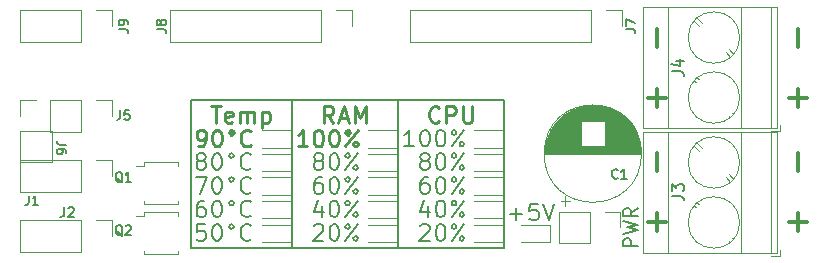
<source format=gto>
G04 #@! TF.GenerationSoftware,KiCad,Pcbnew,5.1.5+dfsg1-2build2*
G04 #@! TF.CreationDate,2021-01-26T14:35:44+01:00*
G04 #@! TF.ProjectId,PiStackMon,50695374-6163-46b4-9d6f-6e2e6b696361,rev?*
G04 #@! TF.SameCoordinates,Original*
G04 #@! TF.FileFunction,Legend,Top*
G04 #@! TF.FilePolarity,Positive*
%FSLAX46Y46*%
G04 Gerber Fmt 4.6, Leading zero omitted, Abs format (unit mm)*
G04 Created by KiCad (PCBNEW 5.1.5+dfsg1-2build2) date 2021-01-26 14:35:44*
%MOMM*%
%LPD*%
G04 APERTURE LIST*
%ADD10C,0.330000*%
%ADD11C,0.150000*%
%ADD12C,0.230000*%
%ADD13C,0.200000*%
%ADD14C,0.120000*%
%ADD15C,0.160000*%
G04 APERTURE END LIST*
D10*
X264892857Y-165261904D02*
X264892857Y-163738095D01*
X264892857Y-170261904D02*
X264892857Y-168738095D01*
X265654761Y-169500000D02*
X264130952Y-169500000D01*
X264892857Y-154761904D02*
X264892857Y-153238095D01*
X264892857Y-159761904D02*
X264892857Y-158238095D01*
X265654761Y-159000000D02*
X264130952Y-159000000D01*
X276892857Y-154761904D02*
X276892857Y-153238095D01*
X276892857Y-159761904D02*
X276892857Y-158238095D01*
X277654761Y-159000000D02*
X276130952Y-159000000D01*
X276892857Y-165261904D02*
X276892857Y-163738095D01*
X276892857Y-170261904D02*
X276892857Y-168738095D01*
X277654761Y-169500000D02*
X276130952Y-169500000D01*
D11*
X234000000Y-159250000D02*
X234000000Y-171750000D01*
X243000000Y-159250000D02*
X243000000Y-171750000D01*
X225500000Y-159250000D02*
X252000000Y-159250000D01*
X225500000Y-171750000D02*
X225500000Y-159250000D01*
X252000000Y-171750000D02*
X225500000Y-171750000D01*
X252000000Y-159250000D02*
X252000000Y-171750000D01*
D12*
X227183333Y-159733333D02*
X227983333Y-159733333D01*
X227583333Y-161133333D02*
X227583333Y-159733333D01*
X228983333Y-161066666D02*
X228850000Y-161133333D01*
X228583333Y-161133333D01*
X228450000Y-161066666D01*
X228383333Y-160933333D01*
X228383333Y-160400000D01*
X228450000Y-160266666D01*
X228583333Y-160200000D01*
X228850000Y-160200000D01*
X228983333Y-160266666D01*
X229050000Y-160400000D01*
X229050000Y-160533333D01*
X228383333Y-160666666D01*
X229650000Y-161133333D02*
X229650000Y-160200000D01*
X229650000Y-160333333D02*
X229716666Y-160266666D01*
X229850000Y-160200000D01*
X230050000Y-160200000D01*
X230183333Y-160266666D01*
X230250000Y-160400000D01*
X230250000Y-161133333D01*
X230250000Y-160400000D02*
X230316666Y-160266666D01*
X230450000Y-160200000D01*
X230650000Y-160200000D01*
X230783333Y-160266666D01*
X230850000Y-160400000D01*
X230850000Y-161133333D01*
X231516666Y-160200000D02*
X231516666Y-161600000D01*
X231516666Y-160266666D02*
X231650000Y-160200000D01*
X231916666Y-160200000D01*
X232050000Y-160266666D01*
X232116666Y-160333333D01*
X232183333Y-160466666D01*
X232183333Y-160866666D01*
X232116666Y-161000000D01*
X232050000Y-161066666D01*
X231916666Y-161133333D01*
X231650000Y-161133333D01*
X231516666Y-161066666D01*
X237533333Y-161133333D02*
X237066666Y-160466666D01*
X236733333Y-161133333D02*
X236733333Y-159733333D01*
X237266666Y-159733333D01*
X237400000Y-159800000D01*
X237466666Y-159866666D01*
X237533333Y-160000000D01*
X237533333Y-160200000D01*
X237466666Y-160333333D01*
X237400000Y-160400000D01*
X237266666Y-160466666D01*
X236733333Y-160466666D01*
X238066666Y-160733333D02*
X238733333Y-160733333D01*
X237933333Y-161133333D02*
X238400000Y-159733333D01*
X238866666Y-161133333D01*
X239333333Y-161133333D02*
X239333333Y-159733333D01*
X239800000Y-160733333D01*
X240266666Y-159733333D01*
X240266666Y-161133333D01*
X246500000Y-161000000D02*
X246433333Y-161066666D01*
X246233333Y-161133333D01*
X246100000Y-161133333D01*
X245900000Y-161066666D01*
X245766666Y-160933333D01*
X245700000Y-160800000D01*
X245633333Y-160533333D01*
X245633333Y-160333333D01*
X245700000Y-160066666D01*
X245766666Y-159933333D01*
X245900000Y-159800000D01*
X246100000Y-159733333D01*
X246233333Y-159733333D01*
X246433333Y-159800000D01*
X246500000Y-159866666D01*
X247100000Y-161133333D02*
X247100000Y-159733333D01*
X247633333Y-159733333D01*
X247766666Y-159800000D01*
X247833333Y-159866666D01*
X247900000Y-160000000D01*
X247900000Y-160200000D01*
X247833333Y-160333333D01*
X247766666Y-160400000D01*
X247633333Y-160466666D01*
X247100000Y-160466666D01*
X248500000Y-159733333D02*
X248500000Y-160866666D01*
X248566666Y-161000000D01*
X248633333Y-161066666D01*
X248766666Y-161133333D01*
X249033333Y-161133333D01*
X249166666Y-161066666D01*
X249233333Y-161000000D01*
X249300000Y-160866666D01*
X249300000Y-159733333D01*
D13*
X252450000Y-168850000D02*
X253516666Y-168850000D01*
X252983333Y-169383333D02*
X252983333Y-168316666D01*
X254850000Y-167983333D02*
X254183333Y-167983333D01*
X254116666Y-168650000D01*
X254183333Y-168583333D01*
X254316666Y-168516666D01*
X254650000Y-168516666D01*
X254783333Y-168583333D01*
X254850000Y-168650000D01*
X254916666Y-168783333D01*
X254916666Y-169116666D01*
X254850000Y-169250000D01*
X254783333Y-169316666D01*
X254650000Y-169383333D01*
X254316666Y-169383333D01*
X254183333Y-169316666D01*
X254116666Y-169250000D01*
X255316666Y-167983333D02*
X255783333Y-169383333D01*
X256250000Y-167983333D01*
D14*
X275350000Y-161840000D02*
X275350000Y-161340000D01*
X274610000Y-161840000D02*
X275350000Y-161840000D01*
X270742000Y-155178000D02*
X271138000Y-155573000D01*
X268096000Y-152532000D02*
X268476000Y-152912000D01*
X271024000Y-154927000D02*
X271404000Y-155307000D01*
X268362000Y-152266000D02*
X268758000Y-152661000D01*
X271031000Y-160548000D02*
X271138000Y-160654000D01*
X268096000Y-157612000D02*
X268203000Y-157719000D01*
X271297000Y-160282000D02*
X271404000Y-160388000D01*
X268362000Y-157346000D02*
X268469000Y-157453000D01*
X263790000Y-151320000D02*
X275110000Y-151320000D01*
X263790000Y-161600000D02*
X275110000Y-161600000D01*
X275110000Y-161600000D02*
X275110000Y-151320000D01*
X263790000Y-161600000D02*
X263790000Y-151320000D01*
X265850000Y-161600000D02*
X265850000Y-151320000D01*
X272050000Y-161600000D02*
X272050000Y-151320000D01*
X274550000Y-161600000D02*
X274550000Y-151320000D01*
X271930000Y-153920000D02*
G75*
G03X271930000Y-153920000I-2180000J0D01*
G01*
X271930000Y-159000000D02*
G75*
G03X271930000Y-159000000I-2180000J0D01*
G01*
X275350000Y-172420000D02*
X275350000Y-171920000D01*
X274610000Y-172420000D02*
X275350000Y-172420000D01*
X270742000Y-165758000D02*
X271138000Y-166153000D01*
X268096000Y-163112000D02*
X268476000Y-163492000D01*
X271024000Y-165507000D02*
X271404000Y-165887000D01*
X268362000Y-162846000D02*
X268758000Y-163241000D01*
X271031000Y-171128000D02*
X271138000Y-171234000D01*
X268096000Y-168192000D02*
X268203000Y-168299000D01*
X271297000Y-170862000D02*
X271404000Y-170968000D01*
X268362000Y-167926000D02*
X268469000Y-168033000D01*
X263790000Y-161900000D02*
X275110000Y-161900000D01*
X263790000Y-172180000D02*
X275110000Y-172180000D01*
X275110000Y-172180000D02*
X275110000Y-161900000D01*
X263790000Y-172180000D02*
X263790000Y-161900000D01*
X265850000Y-172180000D02*
X265850000Y-161900000D01*
X272050000Y-172180000D02*
X272050000Y-161900000D01*
X274550000Y-172180000D02*
X274550000Y-161900000D01*
X271930000Y-164500000D02*
G75*
G03X271930000Y-164500000I-2180000J0D01*
G01*
X271930000Y-169580000D02*
G75*
G03X271930000Y-169580000I-2180000J0D01*
G01*
X218780000Y-151630000D02*
X218780000Y-152960000D01*
X217450000Y-151630000D02*
X218780000Y-151630000D01*
X216180000Y-151630000D02*
X216180000Y-154290000D01*
X216180000Y-154290000D02*
X211040000Y-154290000D01*
X216180000Y-151630000D02*
X211040000Y-151630000D01*
X211040000Y-151630000D02*
X211040000Y-154290000D01*
X220800000Y-164775000D02*
X221530000Y-164775000D01*
X221530000Y-164480000D02*
X221530000Y-164775000D01*
X224370000Y-164480000D02*
X221530000Y-164480000D01*
X224370000Y-164775000D02*
X224370000Y-164480000D01*
X224370000Y-168020000D02*
X224370000Y-167725000D01*
X221530000Y-168020000D02*
X224370000Y-168020000D01*
X221530000Y-167725000D02*
X221530000Y-168020000D01*
X239100000Y-151630000D02*
X239100000Y-152960000D01*
X237770000Y-151630000D02*
X239100000Y-151630000D01*
X236500000Y-151630000D02*
X236500000Y-154290000D01*
X236500000Y-154290000D02*
X223740000Y-154290000D01*
X236500000Y-151630000D02*
X223740000Y-151630000D01*
X223740000Y-151630000D02*
X223740000Y-154290000D01*
X261960000Y-151630000D02*
X261960000Y-152960000D01*
X260630000Y-151630000D02*
X261960000Y-151630000D01*
X259360000Y-151630000D02*
X259360000Y-154290000D01*
X259360000Y-154290000D02*
X244060000Y-154290000D01*
X259360000Y-151630000D02*
X244060000Y-151630000D01*
X244060000Y-151630000D02*
X244060000Y-154290000D01*
X220800000Y-169025000D02*
X221530000Y-169025000D01*
X221530000Y-168730000D02*
X221530000Y-169025000D01*
X224370000Y-168730000D02*
X221530000Y-168730000D01*
X224370000Y-169025000D02*
X224370000Y-168730000D01*
X224370000Y-172270000D02*
X224370000Y-171975000D01*
X221530000Y-172270000D02*
X224370000Y-172270000D01*
X221530000Y-171975000D02*
X221530000Y-172270000D01*
X211040000Y-159250000D02*
X212370000Y-159250000D01*
X211040000Y-160580000D02*
X211040000Y-159250000D01*
X211040000Y-161850000D02*
X213700000Y-161850000D01*
X213700000Y-161850000D02*
X213700000Y-164450000D01*
X211040000Y-161850000D02*
X211040000Y-164450000D01*
X211040000Y-164450000D02*
X213700000Y-164450000D01*
X218780000Y-159250000D02*
X218780000Y-160580000D01*
X217450000Y-159250000D02*
X218780000Y-159250000D01*
X216180000Y-159250000D02*
X216180000Y-161910000D01*
X216180000Y-161910000D02*
X213580000Y-161910000D01*
X216180000Y-159250000D02*
X213580000Y-159250000D01*
X213580000Y-159250000D02*
X213580000Y-161910000D01*
X218780000Y-169410000D02*
X218780000Y-170740000D01*
X217450000Y-169410000D02*
X218780000Y-169410000D01*
X216180000Y-169410000D02*
X216180000Y-172070000D01*
X216180000Y-172070000D02*
X211040000Y-172070000D01*
X216180000Y-169410000D02*
X211040000Y-169410000D01*
X211040000Y-169410000D02*
X211040000Y-172070000D01*
X218780000Y-164330000D02*
X218780000Y-165660000D01*
X217450000Y-164330000D02*
X218780000Y-164330000D01*
X216180000Y-164330000D02*
X216180000Y-166990000D01*
X216180000Y-166990000D02*
X211040000Y-166990000D01*
X216180000Y-164330000D02*
X211040000Y-164330000D01*
X211040000Y-164330000D02*
X211040000Y-166990000D01*
X251910000Y-165765000D02*
X249450000Y-165765000D01*
X251910000Y-167235000D02*
X251910000Y-165765000D01*
X249450000Y-167235000D02*
X251910000Y-167235000D01*
X251910000Y-163765000D02*
X249450000Y-163765000D01*
X251910000Y-165235000D02*
X251910000Y-163765000D01*
X249450000Y-165235000D02*
X251910000Y-165235000D01*
X255910000Y-169765000D02*
X253450000Y-169765000D01*
X255910000Y-171235000D02*
X255910000Y-169765000D01*
X253450000Y-171235000D02*
X255910000Y-171235000D01*
X251910000Y-169765000D02*
X249450000Y-169765000D01*
X251910000Y-171235000D02*
X251910000Y-169765000D01*
X249450000Y-171235000D02*
X251910000Y-171235000D01*
X251910000Y-167765000D02*
X249450000Y-167765000D01*
X251910000Y-169235000D02*
X251910000Y-167765000D01*
X249450000Y-169235000D02*
X251910000Y-169235000D01*
X261830000Y-168670000D02*
X261830000Y-170000000D01*
X260500000Y-168670000D02*
X261830000Y-168670000D01*
X259230000Y-168670000D02*
X259230000Y-171330000D01*
X259230000Y-171330000D02*
X256630000Y-171330000D01*
X259230000Y-168670000D02*
X256630000Y-168670000D01*
X256630000Y-168670000D02*
X256630000Y-171330000D01*
X256785000Y-167759698D02*
X257585000Y-167759698D01*
X257185000Y-168159698D02*
X257185000Y-167359698D01*
X258967000Y-159669000D02*
X260033000Y-159669000D01*
X258732000Y-159709000D02*
X260268000Y-159709000D01*
X258552000Y-159749000D02*
X260448000Y-159749000D01*
X258402000Y-159789000D02*
X260598000Y-159789000D01*
X258271000Y-159829000D02*
X260729000Y-159829000D01*
X258154000Y-159869000D02*
X260846000Y-159869000D01*
X258047000Y-159909000D02*
X260953000Y-159909000D01*
X257948000Y-159949000D02*
X261052000Y-159949000D01*
X257855000Y-159989000D02*
X261145000Y-159989000D01*
X257769000Y-160029000D02*
X261231000Y-160029000D01*
X257687000Y-160069000D02*
X261313000Y-160069000D01*
X257610000Y-160109000D02*
X261390000Y-160109000D01*
X257536000Y-160149000D02*
X261464000Y-160149000D01*
X257466000Y-160189000D02*
X261534000Y-160189000D01*
X257398000Y-160229000D02*
X261602000Y-160229000D01*
X257334000Y-160269000D02*
X261666000Y-160269000D01*
X257272000Y-160309000D02*
X261728000Y-160309000D01*
X257213000Y-160349000D02*
X261787000Y-160349000D01*
X257155000Y-160389000D02*
X261845000Y-160389000D01*
X257100000Y-160429000D02*
X261900000Y-160429000D01*
X257046000Y-160469000D02*
X261954000Y-160469000D01*
X256995000Y-160509000D02*
X262005000Y-160509000D01*
X256944000Y-160549000D02*
X262056000Y-160549000D01*
X256896000Y-160589000D02*
X262104000Y-160589000D01*
X256849000Y-160629000D02*
X262151000Y-160629000D01*
X256803000Y-160669000D02*
X262197000Y-160669000D01*
X256759000Y-160709000D02*
X262241000Y-160709000D01*
X256716000Y-160749000D02*
X262284000Y-160749000D01*
X256674000Y-160789000D02*
X262326000Y-160789000D01*
X256633000Y-160829000D02*
X262367000Y-160829000D01*
X256593000Y-160869000D02*
X262407000Y-160869000D01*
X256555000Y-160909000D02*
X262445000Y-160909000D01*
X256517000Y-160949000D02*
X262483000Y-160949000D01*
X260540000Y-160989000D02*
X262519000Y-160989000D01*
X256481000Y-160989000D02*
X258460000Y-160989000D01*
X260540000Y-161029000D02*
X262555000Y-161029000D01*
X256445000Y-161029000D02*
X258460000Y-161029000D01*
X260540000Y-161069000D02*
X262590000Y-161069000D01*
X256410000Y-161069000D02*
X258460000Y-161069000D01*
X260540000Y-161109000D02*
X262624000Y-161109000D01*
X256376000Y-161109000D02*
X258460000Y-161109000D01*
X260540000Y-161149000D02*
X262656000Y-161149000D01*
X256344000Y-161149000D02*
X258460000Y-161149000D01*
X260540000Y-161189000D02*
X262689000Y-161189000D01*
X256311000Y-161189000D02*
X258460000Y-161189000D01*
X260540000Y-161229000D02*
X262720000Y-161229000D01*
X256280000Y-161229000D02*
X258460000Y-161229000D01*
X260540000Y-161269000D02*
X262750000Y-161269000D01*
X256250000Y-161269000D02*
X258460000Y-161269000D01*
X260540000Y-161309000D02*
X262780000Y-161309000D01*
X256220000Y-161309000D02*
X258460000Y-161309000D01*
X260540000Y-161349000D02*
X262809000Y-161349000D01*
X256191000Y-161349000D02*
X258460000Y-161349000D01*
X260540000Y-161389000D02*
X262838000Y-161389000D01*
X256162000Y-161389000D02*
X258460000Y-161389000D01*
X260540000Y-161429000D02*
X262865000Y-161429000D01*
X256135000Y-161429000D02*
X258460000Y-161429000D01*
X260540000Y-161469000D02*
X262892000Y-161469000D01*
X256108000Y-161469000D02*
X258460000Y-161469000D01*
X260540000Y-161509000D02*
X262918000Y-161509000D01*
X256082000Y-161509000D02*
X258460000Y-161509000D01*
X260540000Y-161549000D02*
X262944000Y-161549000D01*
X256056000Y-161549000D02*
X258460000Y-161549000D01*
X260540000Y-161589000D02*
X262969000Y-161589000D01*
X256031000Y-161589000D02*
X258460000Y-161589000D01*
X260540000Y-161629000D02*
X262993000Y-161629000D01*
X256007000Y-161629000D02*
X258460000Y-161629000D01*
X260540000Y-161669000D02*
X263017000Y-161669000D01*
X255983000Y-161669000D02*
X258460000Y-161669000D01*
X260540000Y-161709000D02*
X263040000Y-161709000D01*
X255960000Y-161709000D02*
X258460000Y-161709000D01*
X260540000Y-161749000D02*
X263062000Y-161749000D01*
X255938000Y-161749000D02*
X258460000Y-161749000D01*
X260540000Y-161789000D02*
X263084000Y-161789000D01*
X255916000Y-161789000D02*
X258460000Y-161789000D01*
X260540000Y-161829000D02*
X263106000Y-161829000D01*
X255894000Y-161829000D02*
X258460000Y-161829000D01*
X260540000Y-161869000D02*
X263127000Y-161869000D01*
X255873000Y-161869000D02*
X258460000Y-161869000D01*
X260540000Y-161909000D02*
X263147000Y-161909000D01*
X255853000Y-161909000D02*
X258460000Y-161909000D01*
X260540000Y-161949000D02*
X263166000Y-161949000D01*
X255834000Y-161949000D02*
X258460000Y-161949000D01*
X260540000Y-161989000D02*
X263186000Y-161989000D01*
X255814000Y-161989000D02*
X258460000Y-161989000D01*
X260540000Y-162029000D02*
X263204000Y-162029000D01*
X255796000Y-162029000D02*
X258460000Y-162029000D01*
X260540000Y-162069000D02*
X263222000Y-162069000D01*
X255778000Y-162069000D02*
X258460000Y-162069000D01*
X260540000Y-162109000D02*
X263240000Y-162109000D01*
X255760000Y-162109000D02*
X258460000Y-162109000D01*
X260540000Y-162149000D02*
X263257000Y-162149000D01*
X255743000Y-162149000D02*
X258460000Y-162149000D01*
X260540000Y-162189000D02*
X263274000Y-162189000D01*
X255726000Y-162189000D02*
X258460000Y-162189000D01*
X260540000Y-162229000D02*
X263290000Y-162229000D01*
X255710000Y-162229000D02*
X258460000Y-162229000D01*
X260540000Y-162269000D02*
X263305000Y-162269000D01*
X255695000Y-162269000D02*
X258460000Y-162269000D01*
X260540000Y-162309000D02*
X263321000Y-162309000D01*
X255679000Y-162309000D02*
X258460000Y-162309000D01*
X260540000Y-162349000D02*
X263335000Y-162349000D01*
X255665000Y-162349000D02*
X258460000Y-162349000D01*
X260540000Y-162389000D02*
X263350000Y-162389000D01*
X255650000Y-162389000D02*
X258460000Y-162389000D01*
X260540000Y-162429000D02*
X263363000Y-162429000D01*
X255637000Y-162429000D02*
X258460000Y-162429000D01*
X260540000Y-162469000D02*
X263377000Y-162469000D01*
X255623000Y-162469000D02*
X258460000Y-162469000D01*
X260540000Y-162509000D02*
X263389000Y-162509000D01*
X255611000Y-162509000D02*
X258460000Y-162509000D01*
X260540000Y-162549000D02*
X263402000Y-162549000D01*
X255598000Y-162549000D02*
X258460000Y-162549000D01*
X260540000Y-162589000D02*
X263414000Y-162589000D01*
X255586000Y-162589000D02*
X258460000Y-162589000D01*
X260540000Y-162629000D02*
X263425000Y-162629000D01*
X255575000Y-162629000D02*
X258460000Y-162629000D01*
X260540000Y-162669000D02*
X263436000Y-162669000D01*
X255564000Y-162669000D02*
X258460000Y-162669000D01*
X260540000Y-162709000D02*
X263447000Y-162709000D01*
X255553000Y-162709000D02*
X258460000Y-162709000D01*
X260540000Y-162749000D02*
X263457000Y-162749000D01*
X255543000Y-162749000D02*
X258460000Y-162749000D01*
X260540000Y-162789000D02*
X263467000Y-162789000D01*
X255533000Y-162789000D02*
X258460000Y-162789000D01*
X260540000Y-162829000D02*
X263476000Y-162829000D01*
X255524000Y-162829000D02*
X258460000Y-162829000D01*
X260540000Y-162869000D02*
X263485000Y-162869000D01*
X255515000Y-162869000D02*
X258460000Y-162869000D01*
X260540000Y-162909000D02*
X263494000Y-162909000D01*
X255506000Y-162909000D02*
X258460000Y-162909000D01*
X260540000Y-162949000D02*
X263502000Y-162949000D01*
X255498000Y-162949000D02*
X258460000Y-162949000D01*
X260540000Y-162989000D02*
X263510000Y-162989000D01*
X255490000Y-162989000D02*
X258460000Y-162989000D01*
X260540000Y-163029000D02*
X263517000Y-163029000D01*
X255483000Y-163029000D02*
X258460000Y-163029000D01*
X255476000Y-163070000D02*
X263524000Y-163070000D01*
X255470000Y-163110000D02*
X263530000Y-163110000D01*
X255463000Y-163150000D02*
X263537000Y-163150000D01*
X255458000Y-163190000D02*
X263542000Y-163190000D01*
X255452000Y-163230000D02*
X263548000Y-163230000D01*
X255448000Y-163270000D02*
X263552000Y-163270000D01*
X255443000Y-163310000D02*
X263557000Y-163310000D01*
X255439000Y-163350000D02*
X263561000Y-163350000D01*
X255435000Y-163390000D02*
X263565000Y-163390000D01*
X255432000Y-163430000D02*
X263568000Y-163430000D01*
X255429000Y-163470000D02*
X263571000Y-163470000D01*
X255426000Y-163510000D02*
X263574000Y-163510000D01*
X255424000Y-163550000D02*
X263576000Y-163550000D01*
X255423000Y-163590000D02*
X263577000Y-163590000D01*
X255421000Y-163630000D02*
X263579000Y-163630000D01*
X255420000Y-163670000D02*
X263580000Y-163670000D01*
X255420000Y-163710000D02*
X263580000Y-163710000D01*
X255420000Y-163750000D02*
X263580000Y-163750000D01*
X263620000Y-163750000D02*
G75*
G03X263620000Y-163750000I-4120000J0D01*
G01*
X251910000Y-161765000D02*
X249450000Y-161765000D01*
X251910000Y-163235000D02*
X251910000Y-161765000D01*
X249450000Y-163235000D02*
X251910000Y-163235000D01*
X242910000Y-169765000D02*
X240450000Y-169765000D01*
X242910000Y-171235000D02*
X242910000Y-169765000D01*
X240450000Y-171235000D02*
X242910000Y-171235000D01*
X242910000Y-167765000D02*
X240450000Y-167765000D01*
X242910000Y-169235000D02*
X242910000Y-167765000D01*
X240450000Y-169235000D02*
X242910000Y-169235000D01*
X242910000Y-165765000D02*
X240450000Y-165765000D01*
X242910000Y-167235000D02*
X242910000Y-165765000D01*
X240450000Y-167235000D02*
X242910000Y-167235000D01*
X242910000Y-163765000D02*
X240450000Y-163765000D01*
X242910000Y-165235000D02*
X242910000Y-163765000D01*
X240450000Y-165235000D02*
X242910000Y-165235000D01*
X242910000Y-161765000D02*
X240450000Y-161765000D01*
X242910000Y-163235000D02*
X242910000Y-161765000D01*
X240450000Y-163235000D02*
X242910000Y-163235000D01*
X233910000Y-161765000D02*
X231450000Y-161765000D01*
X233910000Y-163235000D02*
X233910000Y-161765000D01*
X231450000Y-163235000D02*
X233910000Y-163235000D01*
X233910000Y-163765000D02*
X231450000Y-163765000D01*
X233910000Y-165235000D02*
X233910000Y-163765000D01*
X231450000Y-165235000D02*
X233910000Y-165235000D01*
X233910000Y-165765000D02*
X231450000Y-165765000D01*
X233910000Y-167235000D02*
X233910000Y-165765000D01*
X231450000Y-167235000D02*
X233910000Y-167235000D01*
X233910000Y-167765000D02*
X231450000Y-167765000D01*
X233910000Y-169235000D02*
X233910000Y-167765000D01*
X231450000Y-169235000D02*
X233910000Y-169235000D01*
X233910000Y-169765000D02*
X231450000Y-169765000D01*
X233910000Y-171235000D02*
X233910000Y-169765000D01*
X231450000Y-171235000D02*
X233910000Y-171235000D01*
D11*
X266202380Y-156793333D02*
X266916666Y-156793333D01*
X267059523Y-156840952D01*
X267154761Y-156936190D01*
X267202380Y-157079047D01*
X267202380Y-157174285D01*
X266535714Y-155888571D02*
X267202380Y-155888571D01*
X266154761Y-156126666D02*
X266869047Y-156364761D01*
X266869047Y-155745714D01*
X266202380Y-167333333D02*
X266916666Y-167333333D01*
X267059523Y-167380952D01*
X267154761Y-167476190D01*
X267202380Y-167619047D01*
X267202380Y-167714285D01*
X266202380Y-166952380D02*
X266202380Y-166333333D01*
X266583333Y-166666666D01*
X266583333Y-166523809D01*
X266630952Y-166428571D01*
X266678571Y-166380952D01*
X266773809Y-166333333D01*
X267011904Y-166333333D01*
X267107142Y-166380952D01*
X267154761Y-166428571D01*
X267202380Y-166523809D01*
X267202380Y-166809523D01*
X267154761Y-166904761D01*
X267107142Y-166952380D01*
X219341904Y-153226666D02*
X219913333Y-153226666D01*
X220027619Y-153264761D01*
X220103809Y-153340952D01*
X220141904Y-153455238D01*
X220141904Y-153531428D01*
X220141904Y-152807619D02*
X220141904Y-152655238D01*
X220103809Y-152579047D01*
X220065714Y-152540952D01*
X219951428Y-152464761D01*
X219799047Y-152426666D01*
X219494285Y-152426666D01*
X219418095Y-152464761D01*
X219380000Y-152502857D01*
X219341904Y-152579047D01*
X219341904Y-152731428D01*
X219380000Y-152807619D01*
X219418095Y-152845714D01*
X219494285Y-152883809D01*
X219684761Y-152883809D01*
X219760952Y-152845714D01*
X219799047Y-152807619D01*
X219837142Y-152731428D01*
X219837142Y-152579047D01*
X219799047Y-152502857D01*
X219760952Y-152464761D01*
X219684761Y-152426666D01*
X219673809Y-166188095D02*
X219597619Y-166150000D01*
X219521428Y-166073809D01*
X219407142Y-165959523D01*
X219330952Y-165921428D01*
X219254761Y-165921428D01*
X219292857Y-166111904D02*
X219216666Y-166073809D01*
X219140476Y-165997619D01*
X219102380Y-165845238D01*
X219102380Y-165578571D01*
X219140476Y-165426190D01*
X219216666Y-165350000D01*
X219292857Y-165311904D01*
X219445238Y-165311904D01*
X219521428Y-165350000D01*
X219597619Y-165426190D01*
X219635714Y-165578571D01*
X219635714Y-165845238D01*
X219597619Y-165997619D01*
X219521428Y-166073809D01*
X219445238Y-166111904D01*
X219292857Y-166111904D01*
X220397619Y-166111904D02*
X219940476Y-166111904D01*
X220169047Y-166111904D02*
X220169047Y-165311904D01*
X220092857Y-165426190D01*
X220016666Y-165502380D01*
X219940476Y-165540476D01*
X222561904Y-153226666D02*
X223133333Y-153226666D01*
X223247619Y-153264761D01*
X223323809Y-153340952D01*
X223361904Y-153455238D01*
X223361904Y-153531428D01*
X222904761Y-152731428D02*
X222866666Y-152807619D01*
X222828571Y-152845714D01*
X222752380Y-152883809D01*
X222714285Y-152883809D01*
X222638095Y-152845714D01*
X222600000Y-152807619D01*
X222561904Y-152731428D01*
X222561904Y-152579047D01*
X222600000Y-152502857D01*
X222638095Y-152464761D01*
X222714285Y-152426666D01*
X222752380Y-152426666D01*
X222828571Y-152464761D01*
X222866666Y-152502857D01*
X222904761Y-152579047D01*
X222904761Y-152731428D01*
X222942857Y-152807619D01*
X222980952Y-152845714D01*
X223057142Y-152883809D01*
X223209523Y-152883809D01*
X223285714Y-152845714D01*
X223323809Y-152807619D01*
X223361904Y-152731428D01*
X223361904Y-152579047D01*
X223323809Y-152502857D01*
X223285714Y-152464761D01*
X223209523Y-152426666D01*
X223057142Y-152426666D01*
X222980952Y-152464761D01*
X222942857Y-152502857D01*
X222904761Y-152579047D01*
X262311904Y-153226666D02*
X262883333Y-153226666D01*
X262997619Y-153264761D01*
X263073809Y-153340952D01*
X263111904Y-153455238D01*
X263111904Y-153531428D01*
X262311904Y-152921904D02*
X262311904Y-152388571D01*
X263111904Y-152731428D01*
X219673809Y-170688095D02*
X219597619Y-170650000D01*
X219521428Y-170573809D01*
X219407142Y-170459523D01*
X219330952Y-170421428D01*
X219254761Y-170421428D01*
X219292857Y-170611904D02*
X219216666Y-170573809D01*
X219140476Y-170497619D01*
X219102380Y-170345238D01*
X219102380Y-170078571D01*
X219140476Y-169926190D01*
X219216666Y-169850000D01*
X219292857Y-169811904D01*
X219445238Y-169811904D01*
X219521428Y-169850000D01*
X219597619Y-169926190D01*
X219635714Y-170078571D01*
X219635714Y-170345238D01*
X219597619Y-170497619D01*
X219521428Y-170573809D01*
X219445238Y-170611904D01*
X219292857Y-170611904D01*
X219940476Y-169888095D02*
X219978571Y-169850000D01*
X220054761Y-169811904D01*
X220245238Y-169811904D01*
X220321428Y-169850000D01*
X220359523Y-169888095D01*
X220397619Y-169964285D01*
X220397619Y-170040476D01*
X220359523Y-170154761D01*
X219902380Y-170611904D01*
X220397619Y-170611904D01*
X214938095Y-162983333D02*
X214366666Y-162983333D01*
X214252380Y-162945238D01*
X214176190Y-162869047D01*
X214138095Y-162754761D01*
X214138095Y-162678571D01*
X214938095Y-163707142D02*
X214938095Y-163554761D01*
X214900000Y-163478571D01*
X214861904Y-163440476D01*
X214747619Y-163364285D01*
X214595238Y-163326190D01*
X214290476Y-163326190D01*
X214214285Y-163364285D01*
X214176190Y-163402380D01*
X214138095Y-163478571D01*
X214138095Y-163630952D01*
X214176190Y-163707142D01*
X214214285Y-163745238D01*
X214290476Y-163783333D01*
X214480952Y-163783333D01*
X214557142Y-163745238D01*
X214595238Y-163707142D01*
X214633333Y-163630952D01*
X214633333Y-163478571D01*
X214595238Y-163402380D01*
X214557142Y-163364285D01*
X214480952Y-163326190D01*
X219483333Y-160061904D02*
X219483333Y-160633333D01*
X219445238Y-160747619D01*
X219369047Y-160823809D01*
X219254761Y-160861904D01*
X219178571Y-160861904D01*
X220245238Y-160061904D02*
X219864285Y-160061904D01*
X219826190Y-160442857D01*
X219864285Y-160404761D01*
X219940476Y-160366666D01*
X220130952Y-160366666D01*
X220207142Y-160404761D01*
X220245238Y-160442857D01*
X220283333Y-160519047D01*
X220283333Y-160709523D01*
X220245238Y-160785714D01*
X220207142Y-160823809D01*
X220130952Y-160861904D01*
X219940476Y-160861904D01*
X219864285Y-160823809D01*
X219826190Y-160785714D01*
X214733333Y-168311904D02*
X214733333Y-168883333D01*
X214695238Y-168997619D01*
X214619047Y-169073809D01*
X214504761Y-169111904D01*
X214428571Y-169111904D01*
X215076190Y-168388095D02*
X215114285Y-168350000D01*
X215190476Y-168311904D01*
X215380952Y-168311904D01*
X215457142Y-168350000D01*
X215495238Y-168388095D01*
X215533333Y-168464285D01*
X215533333Y-168540476D01*
X215495238Y-168654761D01*
X215038095Y-169111904D01*
X215533333Y-169111904D01*
X211733333Y-167311904D02*
X211733333Y-167883333D01*
X211695238Y-167997619D01*
X211619047Y-168073809D01*
X211504761Y-168111904D01*
X211428571Y-168111904D01*
X212533333Y-168111904D02*
X212076190Y-168111904D01*
X212304761Y-168111904D02*
X212304761Y-167311904D01*
X212228571Y-167426190D01*
X212152380Y-167502380D01*
X212076190Y-167540476D01*
D13*
X245550000Y-165733333D02*
X245283333Y-165733333D01*
X245150000Y-165800000D01*
X245083333Y-165866666D01*
X244950000Y-166066666D01*
X244883333Y-166333333D01*
X244883333Y-166866666D01*
X244950000Y-167000000D01*
X245016666Y-167066666D01*
X245150000Y-167133333D01*
X245416666Y-167133333D01*
X245550000Y-167066666D01*
X245616666Y-167000000D01*
X245683333Y-166866666D01*
X245683333Y-166533333D01*
X245616666Y-166400000D01*
X245550000Y-166333333D01*
X245416666Y-166266666D01*
X245150000Y-166266666D01*
X245016666Y-166333333D01*
X244950000Y-166400000D01*
X244883333Y-166533333D01*
X246550000Y-165733333D02*
X246683333Y-165733333D01*
X246816666Y-165800000D01*
X246883333Y-165866666D01*
X246950000Y-166000000D01*
X247016666Y-166266666D01*
X247016666Y-166600000D01*
X246950000Y-166866666D01*
X246883333Y-167000000D01*
X246816666Y-167066666D01*
X246683333Y-167133333D01*
X246550000Y-167133333D01*
X246416666Y-167066666D01*
X246350000Y-167000000D01*
X246283333Y-166866666D01*
X246216666Y-166600000D01*
X246216666Y-166266666D01*
X246283333Y-166000000D01*
X246350000Y-165866666D01*
X246416666Y-165800000D01*
X246550000Y-165733333D01*
X247550000Y-167133333D02*
X248616666Y-165733333D01*
X247750000Y-165733333D02*
X247883333Y-165800000D01*
X247950000Y-165933333D01*
X247883333Y-166066666D01*
X247750000Y-166133333D01*
X247616666Y-166066666D01*
X247550000Y-165933333D01*
X247616666Y-165800000D01*
X247750000Y-165733333D01*
X248550000Y-167066666D02*
X248616666Y-166933333D01*
X248550000Y-166800000D01*
X248416666Y-166733333D01*
X248283333Y-166800000D01*
X248216666Y-166933333D01*
X248283333Y-167066666D01*
X248416666Y-167133333D01*
X248550000Y-167066666D01*
X245150000Y-164333333D02*
X245016666Y-164266666D01*
X244950000Y-164200000D01*
X244883333Y-164066666D01*
X244883333Y-164000000D01*
X244950000Y-163866666D01*
X245016666Y-163800000D01*
X245150000Y-163733333D01*
X245416666Y-163733333D01*
X245550000Y-163800000D01*
X245616666Y-163866666D01*
X245683333Y-164000000D01*
X245683333Y-164066666D01*
X245616666Y-164200000D01*
X245550000Y-164266666D01*
X245416666Y-164333333D01*
X245150000Y-164333333D01*
X245016666Y-164400000D01*
X244950000Y-164466666D01*
X244883333Y-164600000D01*
X244883333Y-164866666D01*
X244950000Y-165000000D01*
X245016666Y-165066666D01*
X245150000Y-165133333D01*
X245416666Y-165133333D01*
X245550000Y-165066666D01*
X245616666Y-165000000D01*
X245683333Y-164866666D01*
X245683333Y-164600000D01*
X245616666Y-164466666D01*
X245550000Y-164400000D01*
X245416666Y-164333333D01*
X246550000Y-163733333D02*
X246683333Y-163733333D01*
X246816666Y-163800000D01*
X246883333Y-163866666D01*
X246950000Y-164000000D01*
X247016666Y-164266666D01*
X247016666Y-164600000D01*
X246950000Y-164866666D01*
X246883333Y-165000000D01*
X246816666Y-165066666D01*
X246683333Y-165133333D01*
X246550000Y-165133333D01*
X246416666Y-165066666D01*
X246350000Y-165000000D01*
X246283333Y-164866666D01*
X246216666Y-164600000D01*
X246216666Y-164266666D01*
X246283333Y-164000000D01*
X246350000Y-163866666D01*
X246416666Y-163800000D01*
X246550000Y-163733333D01*
X247550000Y-165133333D02*
X248616666Y-163733333D01*
X247750000Y-163733333D02*
X247883333Y-163800000D01*
X247950000Y-163933333D01*
X247883333Y-164066666D01*
X247750000Y-164133333D01*
X247616666Y-164066666D01*
X247550000Y-163933333D01*
X247616666Y-163800000D01*
X247750000Y-163733333D01*
X248550000Y-165066666D02*
X248616666Y-164933333D01*
X248550000Y-164800000D01*
X248416666Y-164733333D01*
X248283333Y-164800000D01*
X248216666Y-164933333D01*
X248283333Y-165066666D01*
X248416666Y-165133333D01*
X248550000Y-165066666D01*
X244883333Y-169866666D02*
X244950000Y-169800000D01*
X245083333Y-169733333D01*
X245416666Y-169733333D01*
X245550000Y-169800000D01*
X245616666Y-169866666D01*
X245683333Y-170000000D01*
X245683333Y-170133333D01*
X245616666Y-170333333D01*
X244816666Y-171133333D01*
X245683333Y-171133333D01*
X246550000Y-169733333D02*
X246683333Y-169733333D01*
X246816666Y-169800000D01*
X246883333Y-169866666D01*
X246950000Y-170000000D01*
X247016666Y-170266666D01*
X247016666Y-170600000D01*
X246950000Y-170866666D01*
X246883333Y-171000000D01*
X246816666Y-171066666D01*
X246683333Y-171133333D01*
X246550000Y-171133333D01*
X246416666Y-171066666D01*
X246350000Y-171000000D01*
X246283333Y-170866666D01*
X246216666Y-170600000D01*
X246216666Y-170266666D01*
X246283333Y-170000000D01*
X246350000Y-169866666D01*
X246416666Y-169800000D01*
X246550000Y-169733333D01*
X247550000Y-171133333D02*
X248616666Y-169733333D01*
X247750000Y-169733333D02*
X247883333Y-169800000D01*
X247950000Y-169933333D01*
X247883333Y-170066666D01*
X247750000Y-170133333D01*
X247616666Y-170066666D01*
X247550000Y-169933333D01*
X247616666Y-169800000D01*
X247750000Y-169733333D01*
X248550000Y-171066666D02*
X248616666Y-170933333D01*
X248550000Y-170800000D01*
X248416666Y-170733333D01*
X248283333Y-170800000D01*
X248216666Y-170933333D01*
X248283333Y-171066666D01*
X248416666Y-171133333D01*
X248550000Y-171066666D01*
X245550000Y-168200000D02*
X245550000Y-169133333D01*
X245216666Y-167666666D02*
X244883333Y-168666666D01*
X245750000Y-168666666D01*
X246550000Y-167733333D02*
X246683333Y-167733333D01*
X246816666Y-167800000D01*
X246883333Y-167866666D01*
X246950000Y-168000000D01*
X247016666Y-168266666D01*
X247016666Y-168600000D01*
X246950000Y-168866666D01*
X246883333Y-169000000D01*
X246816666Y-169066666D01*
X246683333Y-169133333D01*
X246550000Y-169133333D01*
X246416666Y-169066666D01*
X246350000Y-169000000D01*
X246283333Y-168866666D01*
X246216666Y-168600000D01*
X246216666Y-168266666D01*
X246283333Y-168000000D01*
X246350000Y-167866666D01*
X246416666Y-167800000D01*
X246550000Y-167733333D01*
X247550000Y-169133333D02*
X248616666Y-167733333D01*
X247750000Y-167733333D02*
X247883333Y-167800000D01*
X247950000Y-167933333D01*
X247883333Y-168066666D01*
X247750000Y-168133333D01*
X247616666Y-168066666D01*
X247550000Y-167933333D01*
X247616666Y-167800000D01*
X247750000Y-167733333D01*
X248550000Y-169066666D02*
X248616666Y-168933333D01*
X248550000Y-168800000D01*
X248416666Y-168733333D01*
X248283333Y-168800000D01*
X248216666Y-168933333D01*
X248283333Y-169066666D01*
X248416666Y-169133333D01*
X248550000Y-169066666D01*
X263292857Y-171600000D02*
X262092857Y-171600000D01*
X262092857Y-171142857D01*
X262150000Y-171028571D01*
X262207142Y-170971428D01*
X262321428Y-170914285D01*
X262492857Y-170914285D01*
X262607142Y-170971428D01*
X262664285Y-171028571D01*
X262721428Y-171142857D01*
X262721428Y-171600000D01*
X262092857Y-170514285D02*
X263292857Y-170228571D01*
X262435714Y-170000000D01*
X263292857Y-169771428D01*
X262092857Y-169485714D01*
X263292857Y-168342857D02*
X262721428Y-168742857D01*
X263292857Y-169028571D02*
X262092857Y-169028571D01*
X262092857Y-168571428D01*
X262150000Y-168457142D01*
X262207142Y-168400000D01*
X262321428Y-168342857D01*
X262492857Y-168342857D01*
X262607142Y-168400000D01*
X262664285Y-168457142D01*
X262721428Y-168571428D01*
X262721428Y-169028571D01*
D15*
X261616666Y-165785714D02*
X261578571Y-165823809D01*
X261464285Y-165861904D01*
X261388095Y-165861904D01*
X261273809Y-165823809D01*
X261197619Y-165747619D01*
X261159523Y-165671428D01*
X261121428Y-165519047D01*
X261121428Y-165404761D01*
X261159523Y-165252380D01*
X261197619Y-165176190D01*
X261273809Y-165100000D01*
X261388095Y-165061904D01*
X261464285Y-165061904D01*
X261578571Y-165100000D01*
X261616666Y-165138095D01*
X262378571Y-165861904D02*
X261921428Y-165861904D01*
X262150000Y-165861904D02*
X262150000Y-165061904D01*
X262073809Y-165176190D01*
X261997619Y-165252380D01*
X261921428Y-165290476D01*
D13*
X244350000Y-163133333D02*
X243550000Y-163133333D01*
X243950000Y-163133333D02*
X243950000Y-161733333D01*
X243816667Y-161933333D01*
X243683334Y-162066666D01*
X243550000Y-162133333D01*
X245216667Y-161733333D02*
X245350000Y-161733333D01*
X245483334Y-161800000D01*
X245550000Y-161866666D01*
X245616667Y-162000000D01*
X245683334Y-162266666D01*
X245683334Y-162600000D01*
X245616667Y-162866666D01*
X245550000Y-163000000D01*
X245483334Y-163066666D01*
X245350000Y-163133333D01*
X245216667Y-163133333D01*
X245083334Y-163066666D01*
X245016667Y-163000000D01*
X244950000Y-162866666D01*
X244883334Y-162600000D01*
X244883334Y-162266666D01*
X244950000Y-162000000D01*
X245016667Y-161866666D01*
X245083334Y-161800000D01*
X245216667Y-161733333D01*
X246550000Y-161733333D02*
X246683334Y-161733333D01*
X246816667Y-161800000D01*
X246883334Y-161866666D01*
X246950000Y-162000000D01*
X247016667Y-162266666D01*
X247016667Y-162600000D01*
X246950000Y-162866666D01*
X246883334Y-163000000D01*
X246816667Y-163066666D01*
X246683334Y-163133333D01*
X246550000Y-163133333D01*
X246416667Y-163066666D01*
X246350000Y-163000000D01*
X246283334Y-162866666D01*
X246216667Y-162600000D01*
X246216667Y-162266666D01*
X246283334Y-162000000D01*
X246350000Y-161866666D01*
X246416667Y-161800000D01*
X246550000Y-161733333D01*
X247550000Y-163133333D02*
X248616667Y-161733333D01*
X247750000Y-161733333D02*
X247883334Y-161800000D01*
X247950000Y-161933333D01*
X247883334Y-162066666D01*
X247750000Y-162133333D01*
X247616667Y-162066666D01*
X247550000Y-161933333D01*
X247616667Y-161800000D01*
X247750000Y-161733333D01*
X248550000Y-163066666D02*
X248616667Y-162933333D01*
X248550000Y-162800000D01*
X248416667Y-162733333D01*
X248283334Y-162800000D01*
X248216667Y-162933333D01*
X248283334Y-163066666D01*
X248416667Y-163133333D01*
X248550000Y-163066666D01*
X235883333Y-169866666D02*
X235950000Y-169800000D01*
X236083333Y-169733333D01*
X236416666Y-169733333D01*
X236550000Y-169800000D01*
X236616666Y-169866666D01*
X236683333Y-170000000D01*
X236683333Y-170133333D01*
X236616666Y-170333333D01*
X235816666Y-171133333D01*
X236683333Y-171133333D01*
X237550000Y-169733333D02*
X237683333Y-169733333D01*
X237816666Y-169800000D01*
X237883333Y-169866666D01*
X237950000Y-170000000D01*
X238016666Y-170266666D01*
X238016666Y-170600000D01*
X237950000Y-170866666D01*
X237883333Y-171000000D01*
X237816666Y-171066666D01*
X237683333Y-171133333D01*
X237550000Y-171133333D01*
X237416666Y-171066666D01*
X237350000Y-171000000D01*
X237283333Y-170866666D01*
X237216666Y-170600000D01*
X237216666Y-170266666D01*
X237283333Y-170000000D01*
X237350000Y-169866666D01*
X237416666Y-169800000D01*
X237550000Y-169733333D01*
X238550000Y-171133333D02*
X239616666Y-169733333D01*
X238750000Y-169733333D02*
X238883333Y-169800000D01*
X238950000Y-169933333D01*
X238883333Y-170066666D01*
X238750000Y-170133333D01*
X238616666Y-170066666D01*
X238550000Y-169933333D01*
X238616666Y-169800000D01*
X238750000Y-169733333D01*
X239550000Y-171066666D02*
X239616666Y-170933333D01*
X239550000Y-170800000D01*
X239416666Y-170733333D01*
X239283333Y-170800000D01*
X239216666Y-170933333D01*
X239283333Y-171066666D01*
X239416666Y-171133333D01*
X239550000Y-171066666D01*
X236550000Y-168200000D02*
X236550000Y-169133333D01*
X236216666Y-167666666D02*
X235883333Y-168666666D01*
X236750000Y-168666666D01*
X237550000Y-167733333D02*
X237683333Y-167733333D01*
X237816666Y-167800000D01*
X237883333Y-167866666D01*
X237950000Y-168000000D01*
X238016666Y-168266666D01*
X238016666Y-168600000D01*
X237950000Y-168866666D01*
X237883333Y-169000000D01*
X237816666Y-169066666D01*
X237683333Y-169133333D01*
X237550000Y-169133333D01*
X237416666Y-169066666D01*
X237350000Y-169000000D01*
X237283333Y-168866666D01*
X237216666Y-168600000D01*
X237216666Y-168266666D01*
X237283333Y-168000000D01*
X237350000Y-167866666D01*
X237416666Y-167800000D01*
X237550000Y-167733333D01*
X238550000Y-169133333D02*
X239616666Y-167733333D01*
X238750000Y-167733333D02*
X238883333Y-167800000D01*
X238950000Y-167933333D01*
X238883333Y-168066666D01*
X238750000Y-168133333D01*
X238616666Y-168066666D01*
X238550000Y-167933333D01*
X238616666Y-167800000D01*
X238750000Y-167733333D01*
X239550000Y-169066666D02*
X239616666Y-168933333D01*
X239550000Y-168800000D01*
X239416666Y-168733333D01*
X239283333Y-168800000D01*
X239216666Y-168933333D01*
X239283333Y-169066666D01*
X239416666Y-169133333D01*
X239550000Y-169066666D01*
X236550000Y-165733333D02*
X236283333Y-165733333D01*
X236150000Y-165800000D01*
X236083333Y-165866666D01*
X235950000Y-166066666D01*
X235883333Y-166333333D01*
X235883333Y-166866666D01*
X235950000Y-167000000D01*
X236016666Y-167066666D01*
X236150000Y-167133333D01*
X236416666Y-167133333D01*
X236550000Y-167066666D01*
X236616666Y-167000000D01*
X236683333Y-166866666D01*
X236683333Y-166533333D01*
X236616666Y-166400000D01*
X236550000Y-166333333D01*
X236416666Y-166266666D01*
X236150000Y-166266666D01*
X236016666Y-166333333D01*
X235950000Y-166400000D01*
X235883333Y-166533333D01*
X237550000Y-165733333D02*
X237683333Y-165733333D01*
X237816666Y-165800000D01*
X237883333Y-165866666D01*
X237950000Y-166000000D01*
X238016666Y-166266666D01*
X238016666Y-166600000D01*
X237950000Y-166866666D01*
X237883333Y-167000000D01*
X237816666Y-167066666D01*
X237683333Y-167133333D01*
X237550000Y-167133333D01*
X237416666Y-167066666D01*
X237350000Y-167000000D01*
X237283333Y-166866666D01*
X237216666Y-166600000D01*
X237216666Y-166266666D01*
X237283333Y-166000000D01*
X237350000Y-165866666D01*
X237416666Y-165800000D01*
X237550000Y-165733333D01*
X238550000Y-167133333D02*
X239616666Y-165733333D01*
X238750000Y-165733333D02*
X238883333Y-165800000D01*
X238950000Y-165933333D01*
X238883333Y-166066666D01*
X238750000Y-166133333D01*
X238616666Y-166066666D01*
X238550000Y-165933333D01*
X238616666Y-165800000D01*
X238750000Y-165733333D01*
X239550000Y-167066666D02*
X239616666Y-166933333D01*
X239550000Y-166800000D01*
X239416666Y-166733333D01*
X239283333Y-166800000D01*
X239216666Y-166933333D01*
X239283333Y-167066666D01*
X239416666Y-167133333D01*
X239550000Y-167066666D01*
X236150000Y-164333333D02*
X236016666Y-164266666D01*
X235950000Y-164200000D01*
X235883333Y-164066666D01*
X235883333Y-164000000D01*
X235950000Y-163866666D01*
X236016666Y-163800000D01*
X236150000Y-163733333D01*
X236416666Y-163733333D01*
X236550000Y-163800000D01*
X236616666Y-163866666D01*
X236683333Y-164000000D01*
X236683333Y-164066666D01*
X236616666Y-164200000D01*
X236550000Y-164266666D01*
X236416666Y-164333333D01*
X236150000Y-164333333D01*
X236016666Y-164400000D01*
X235950000Y-164466666D01*
X235883333Y-164600000D01*
X235883333Y-164866666D01*
X235950000Y-165000000D01*
X236016666Y-165066666D01*
X236150000Y-165133333D01*
X236416666Y-165133333D01*
X236550000Y-165066666D01*
X236616666Y-165000000D01*
X236683333Y-164866666D01*
X236683333Y-164600000D01*
X236616666Y-164466666D01*
X236550000Y-164400000D01*
X236416666Y-164333333D01*
X237550000Y-163733333D02*
X237683333Y-163733333D01*
X237816666Y-163800000D01*
X237883333Y-163866666D01*
X237950000Y-164000000D01*
X238016666Y-164266666D01*
X238016666Y-164600000D01*
X237950000Y-164866666D01*
X237883333Y-165000000D01*
X237816666Y-165066666D01*
X237683333Y-165133333D01*
X237550000Y-165133333D01*
X237416666Y-165066666D01*
X237350000Y-165000000D01*
X237283333Y-164866666D01*
X237216666Y-164600000D01*
X237216666Y-164266666D01*
X237283333Y-164000000D01*
X237350000Y-163866666D01*
X237416666Y-163800000D01*
X237550000Y-163733333D01*
X238550000Y-165133333D02*
X239616666Y-163733333D01*
X238750000Y-163733333D02*
X238883333Y-163800000D01*
X238950000Y-163933333D01*
X238883333Y-164066666D01*
X238750000Y-164133333D01*
X238616666Y-164066666D01*
X238550000Y-163933333D01*
X238616666Y-163800000D01*
X238750000Y-163733333D01*
X239550000Y-165066666D02*
X239616666Y-164933333D01*
X239550000Y-164800000D01*
X239416666Y-164733333D01*
X239283333Y-164800000D01*
X239216666Y-164933333D01*
X239283333Y-165066666D01*
X239416666Y-165133333D01*
X239550000Y-165066666D01*
D12*
X235335000Y-163133333D02*
X234535000Y-163133333D01*
X234935000Y-163133333D02*
X234935000Y-161733333D01*
X234801667Y-161933333D01*
X234668334Y-162066666D01*
X234535000Y-162133333D01*
X236201667Y-161733333D02*
X236335000Y-161733333D01*
X236468334Y-161800000D01*
X236535000Y-161866666D01*
X236601667Y-162000000D01*
X236668334Y-162266666D01*
X236668334Y-162600000D01*
X236601667Y-162866666D01*
X236535000Y-163000000D01*
X236468334Y-163066666D01*
X236335000Y-163133333D01*
X236201667Y-163133333D01*
X236068334Y-163066666D01*
X236001667Y-163000000D01*
X235935000Y-162866666D01*
X235868334Y-162600000D01*
X235868334Y-162266666D01*
X235935000Y-162000000D01*
X236001667Y-161866666D01*
X236068334Y-161800000D01*
X236201667Y-161733333D01*
X237535000Y-161733333D02*
X237668334Y-161733333D01*
X237801667Y-161800000D01*
X237868334Y-161866666D01*
X237935000Y-162000000D01*
X238001667Y-162266666D01*
X238001667Y-162600000D01*
X237935000Y-162866666D01*
X237868334Y-163000000D01*
X237801667Y-163066666D01*
X237668334Y-163133333D01*
X237535000Y-163133333D01*
X237401667Y-163066666D01*
X237335000Y-163000000D01*
X237268334Y-162866666D01*
X237201667Y-162600000D01*
X237201667Y-162266666D01*
X237268334Y-162000000D01*
X237335000Y-161866666D01*
X237401667Y-161800000D01*
X237535000Y-161733333D01*
X238535000Y-163133333D02*
X239601667Y-161733333D01*
X238735000Y-161733333D02*
X238868334Y-161800000D01*
X238935000Y-161933333D01*
X238868334Y-162066666D01*
X238735000Y-162133333D01*
X238601667Y-162066666D01*
X238535000Y-161933333D01*
X238601667Y-161800000D01*
X238735000Y-161733333D01*
X239535000Y-163066666D02*
X239601667Y-162933333D01*
X239535000Y-162800000D01*
X239401667Y-162733333D01*
X239268334Y-162800000D01*
X239201667Y-162933333D01*
X239268334Y-163066666D01*
X239401667Y-163133333D01*
X239535000Y-163066666D01*
X226083333Y-163133333D02*
X226350000Y-163133333D01*
X226483333Y-163066666D01*
X226550000Y-163000000D01*
X226683333Y-162800000D01*
X226750000Y-162533333D01*
X226750000Y-162000000D01*
X226683333Y-161866666D01*
X226616666Y-161800000D01*
X226483333Y-161733333D01*
X226216666Y-161733333D01*
X226083333Y-161800000D01*
X226016666Y-161866666D01*
X225950000Y-162000000D01*
X225950000Y-162333333D01*
X226016666Y-162466666D01*
X226083333Y-162533333D01*
X226216666Y-162600000D01*
X226483333Y-162600000D01*
X226616666Y-162533333D01*
X226683333Y-162466666D01*
X226750000Y-162333333D01*
X227616666Y-161733333D02*
X227750000Y-161733333D01*
X227883333Y-161800000D01*
X227950000Y-161866666D01*
X228016666Y-162000000D01*
X228083333Y-162266666D01*
X228083333Y-162600000D01*
X228016666Y-162866666D01*
X227950000Y-163000000D01*
X227883333Y-163066666D01*
X227750000Y-163133333D01*
X227616666Y-163133333D01*
X227483333Y-163066666D01*
X227416666Y-163000000D01*
X227350000Y-162866666D01*
X227283333Y-162600000D01*
X227283333Y-162266666D01*
X227350000Y-162000000D01*
X227416666Y-161866666D01*
X227483333Y-161800000D01*
X227616666Y-161733333D01*
X228883333Y-161733333D02*
X228750000Y-161800000D01*
X228683333Y-161933333D01*
X228750000Y-162066666D01*
X228883333Y-162133333D01*
X229016666Y-162066666D01*
X229083333Y-161933333D01*
X229016666Y-161800000D01*
X228883333Y-161733333D01*
X230550000Y-163000000D02*
X230483333Y-163066666D01*
X230283333Y-163133333D01*
X230150000Y-163133333D01*
X229950000Y-163066666D01*
X229816666Y-162933333D01*
X229750000Y-162800000D01*
X229683333Y-162533333D01*
X229683333Y-162333333D01*
X229750000Y-162066666D01*
X229816666Y-161933333D01*
X229950000Y-161800000D01*
X230150000Y-161733333D01*
X230283333Y-161733333D01*
X230483333Y-161800000D01*
X230550000Y-161866666D01*
D13*
X226216666Y-164333333D02*
X226083333Y-164266666D01*
X226016666Y-164200000D01*
X225950000Y-164066666D01*
X225950000Y-164000000D01*
X226016666Y-163866666D01*
X226083333Y-163800000D01*
X226216666Y-163733333D01*
X226483333Y-163733333D01*
X226616666Y-163800000D01*
X226683333Y-163866666D01*
X226750000Y-164000000D01*
X226750000Y-164066666D01*
X226683333Y-164200000D01*
X226616666Y-164266666D01*
X226483333Y-164333333D01*
X226216666Y-164333333D01*
X226083333Y-164400000D01*
X226016666Y-164466666D01*
X225950000Y-164600000D01*
X225950000Y-164866666D01*
X226016666Y-165000000D01*
X226083333Y-165066666D01*
X226216666Y-165133333D01*
X226483333Y-165133333D01*
X226616666Y-165066666D01*
X226683333Y-165000000D01*
X226750000Y-164866666D01*
X226750000Y-164600000D01*
X226683333Y-164466666D01*
X226616666Y-164400000D01*
X226483333Y-164333333D01*
X227616666Y-163733333D02*
X227750000Y-163733333D01*
X227883333Y-163800000D01*
X227950000Y-163866666D01*
X228016666Y-164000000D01*
X228083333Y-164266666D01*
X228083333Y-164600000D01*
X228016666Y-164866666D01*
X227950000Y-165000000D01*
X227883333Y-165066666D01*
X227750000Y-165133333D01*
X227616666Y-165133333D01*
X227483333Y-165066666D01*
X227416666Y-165000000D01*
X227350000Y-164866666D01*
X227283333Y-164600000D01*
X227283333Y-164266666D01*
X227350000Y-164000000D01*
X227416666Y-163866666D01*
X227483333Y-163800000D01*
X227616666Y-163733333D01*
X228883333Y-163733333D02*
X228750000Y-163800000D01*
X228683333Y-163933333D01*
X228750000Y-164066666D01*
X228883333Y-164133333D01*
X229016666Y-164066666D01*
X229083333Y-163933333D01*
X229016666Y-163800000D01*
X228883333Y-163733333D01*
X230550000Y-165000000D02*
X230483333Y-165066666D01*
X230283333Y-165133333D01*
X230150000Y-165133333D01*
X229950000Y-165066666D01*
X229816666Y-164933333D01*
X229750000Y-164800000D01*
X229683333Y-164533333D01*
X229683333Y-164333333D01*
X229750000Y-164066666D01*
X229816666Y-163933333D01*
X229950000Y-163800000D01*
X230150000Y-163733333D01*
X230283333Y-163733333D01*
X230483333Y-163800000D01*
X230550000Y-163866666D01*
X225883333Y-165733333D02*
X226816666Y-165733333D01*
X226216666Y-167133333D01*
X227616666Y-165733333D02*
X227750000Y-165733333D01*
X227883333Y-165800000D01*
X227950000Y-165866666D01*
X228016666Y-166000000D01*
X228083333Y-166266666D01*
X228083333Y-166600000D01*
X228016666Y-166866666D01*
X227950000Y-167000000D01*
X227883333Y-167066666D01*
X227750000Y-167133333D01*
X227616666Y-167133333D01*
X227483333Y-167066666D01*
X227416666Y-167000000D01*
X227350000Y-166866666D01*
X227283333Y-166600000D01*
X227283333Y-166266666D01*
X227350000Y-166000000D01*
X227416666Y-165866666D01*
X227483333Y-165800000D01*
X227616666Y-165733333D01*
X228883333Y-165733333D02*
X228750000Y-165800000D01*
X228683333Y-165933333D01*
X228750000Y-166066666D01*
X228883333Y-166133333D01*
X229016666Y-166066666D01*
X229083333Y-165933333D01*
X229016666Y-165800000D01*
X228883333Y-165733333D01*
X230550000Y-167000000D02*
X230483333Y-167066666D01*
X230283333Y-167133333D01*
X230150000Y-167133333D01*
X229950000Y-167066666D01*
X229816666Y-166933333D01*
X229750000Y-166800000D01*
X229683333Y-166533333D01*
X229683333Y-166333333D01*
X229750000Y-166066666D01*
X229816666Y-165933333D01*
X229950000Y-165800000D01*
X230150000Y-165733333D01*
X230283333Y-165733333D01*
X230483333Y-165800000D01*
X230550000Y-165866666D01*
X226616666Y-167733333D02*
X226350000Y-167733333D01*
X226216666Y-167800000D01*
X226150000Y-167866666D01*
X226016666Y-168066666D01*
X225950000Y-168333333D01*
X225950000Y-168866666D01*
X226016666Y-169000000D01*
X226083333Y-169066666D01*
X226216666Y-169133333D01*
X226483333Y-169133333D01*
X226616666Y-169066666D01*
X226683333Y-169000000D01*
X226750000Y-168866666D01*
X226750000Y-168533333D01*
X226683333Y-168400000D01*
X226616666Y-168333333D01*
X226483333Y-168266666D01*
X226216666Y-168266666D01*
X226083333Y-168333333D01*
X226016666Y-168400000D01*
X225950000Y-168533333D01*
X227616666Y-167733333D02*
X227750000Y-167733333D01*
X227883333Y-167800000D01*
X227950000Y-167866666D01*
X228016666Y-168000000D01*
X228083333Y-168266666D01*
X228083333Y-168600000D01*
X228016666Y-168866666D01*
X227950000Y-169000000D01*
X227883333Y-169066666D01*
X227750000Y-169133333D01*
X227616666Y-169133333D01*
X227483333Y-169066666D01*
X227416666Y-169000000D01*
X227350000Y-168866666D01*
X227283333Y-168600000D01*
X227283333Y-168266666D01*
X227350000Y-168000000D01*
X227416666Y-167866666D01*
X227483333Y-167800000D01*
X227616666Y-167733333D01*
X228883333Y-167733333D02*
X228750000Y-167800000D01*
X228683333Y-167933333D01*
X228750000Y-168066666D01*
X228883333Y-168133333D01*
X229016666Y-168066666D01*
X229083333Y-167933333D01*
X229016666Y-167800000D01*
X228883333Y-167733333D01*
X230550000Y-169000000D02*
X230483333Y-169066666D01*
X230283333Y-169133333D01*
X230150000Y-169133333D01*
X229950000Y-169066666D01*
X229816666Y-168933333D01*
X229750000Y-168800000D01*
X229683333Y-168533333D01*
X229683333Y-168333333D01*
X229750000Y-168066666D01*
X229816666Y-167933333D01*
X229950000Y-167800000D01*
X230150000Y-167733333D01*
X230283333Y-167733333D01*
X230483333Y-167800000D01*
X230550000Y-167866666D01*
X226683333Y-169733333D02*
X226016666Y-169733333D01*
X225950000Y-170400000D01*
X226016666Y-170333333D01*
X226150000Y-170266666D01*
X226483333Y-170266666D01*
X226616666Y-170333333D01*
X226683333Y-170400000D01*
X226750000Y-170533333D01*
X226750000Y-170866666D01*
X226683333Y-171000000D01*
X226616666Y-171066666D01*
X226483333Y-171133333D01*
X226150000Y-171133333D01*
X226016666Y-171066666D01*
X225950000Y-171000000D01*
X227616666Y-169733333D02*
X227750000Y-169733333D01*
X227883333Y-169800000D01*
X227950000Y-169866666D01*
X228016666Y-170000000D01*
X228083333Y-170266666D01*
X228083333Y-170600000D01*
X228016666Y-170866666D01*
X227950000Y-171000000D01*
X227883333Y-171066666D01*
X227750000Y-171133333D01*
X227616666Y-171133333D01*
X227483333Y-171066666D01*
X227416666Y-171000000D01*
X227350000Y-170866666D01*
X227283333Y-170600000D01*
X227283333Y-170266666D01*
X227350000Y-170000000D01*
X227416666Y-169866666D01*
X227483333Y-169800000D01*
X227616666Y-169733333D01*
X228883333Y-169733333D02*
X228750000Y-169800000D01*
X228683333Y-169933333D01*
X228750000Y-170066666D01*
X228883333Y-170133333D01*
X229016666Y-170066666D01*
X229083333Y-169933333D01*
X229016666Y-169800000D01*
X228883333Y-169733333D01*
X230550000Y-171000000D02*
X230483333Y-171066666D01*
X230283333Y-171133333D01*
X230150000Y-171133333D01*
X229950000Y-171066666D01*
X229816666Y-170933333D01*
X229750000Y-170800000D01*
X229683333Y-170533333D01*
X229683333Y-170333333D01*
X229750000Y-170066666D01*
X229816666Y-169933333D01*
X229950000Y-169800000D01*
X230150000Y-169733333D01*
X230283333Y-169733333D01*
X230483333Y-169800000D01*
X230550000Y-169866666D01*
M02*

</source>
